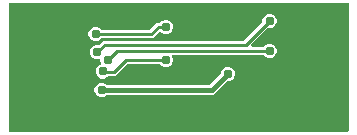
<source format=gbl>
G04 EAGLE Gerber X2 export*
%TF.Part,Single*%
%TF.FileFunction,Copper,L2,Bot,Mixed*%
%TF.FilePolarity,Positive*%
%TF.GenerationSoftware,Autodesk,EAGLE,9.4.0*%
%TF.CreationDate,2019-05-09T18:23:13Z*%
G75*
%MOMM*%
%FSLAX34Y34*%
%LPD*%
%INBottom Copper*%
%AMOC8*
5,1,8,0,0,1.08239X$1,22.5*%
G01*
%ADD10C,0.787400*%
%ADD11C,0.254000*%
%ADD12C,0.406400*%

G36*
X292218Y5096D02*
X292218Y5096D01*
X292337Y5103D01*
X292375Y5116D01*
X292416Y5121D01*
X292526Y5164D01*
X292639Y5201D01*
X292674Y5223D01*
X292711Y5238D01*
X292807Y5307D01*
X292908Y5371D01*
X292936Y5401D01*
X292969Y5424D01*
X293045Y5516D01*
X293126Y5603D01*
X293146Y5638D01*
X293171Y5669D01*
X293222Y5777D01*
X293280Y5881D01*
X293290Y5921D01*
X293307Y5957D01*
X293329Y6074D01*
X293359Y6189D01*
X293363Y6249D01*
X293367Y6269D01*
X293365Y6290D01*
X293369Y6350D01*
X293369Y113030D01*
X293354Y113148D01*
X293347Y113267D01*
X293334Y113305D01*
X293329Y113346D01*
X293286Y113456D01*
X293249Y113569D01*
X293227Y113604D01*
X293212Y113641D01*
X293143Y113737D01*
X293079Y113838D01*
X293049Y113866D01*
X293026Y113899D01*
X292934Y113975D01*
X292847Y114056D01*
X292812Y114076D01*
X292781Y114101D01*
X292673Y114152D01*
X292569Y114210D01*
X292529Y114220D01*
X292493Y114237D01*
X292376Y114259D01*
X292261Y114289D01*
X292201Y114293D01*
X292181Y114297D01*
X292160Y114295D01*
X292100Y114299D01*
X6350Y114299D01*
X6232Y114284D01*
X6113Y114277D01*
X6075Y114264D01*
X6034Y114259D01*
X5924Y114216D01*
X5811Y114179D01*
X5776Y114157D01*
X5739Y114142D01*
X5643Y114073D01*
X5542Y114009D01*
X5514Y113979D01*
X5481Y113956D01*
X5405Y113864D01*
X5324Y113777D01*
X5304Y113742D01*
X5279Y113711D01*
X5228Y113603D01*
X5170Y113499D01*
X5160Y113459D01*
X5143Y113423D01*
X5121Y113306D01*
X5091Y113191D01*
X5087Y113131D01*
X5083Y113111D01*
X5085Y113090D01*
X5081Y113030D01*
X5081Y6350D01*
X5096Y6232D01*
X5103Y6113D01*
X5116Y6075D01*
X5121Y6034D01*
X5164Y5924D01*
X5201Y5811D01*
X5223Y5776D01*
X5238Y5739D01*
X5307Y5643D01*
X5371Y5542D01*
X5401Y5514D01*
X5424Y5481D01*
X5516Y5405D01*
X5603Y5324D01*
X5638Y5304D01*
X5669Y5279D01*
X5777Y5228D01*
X5881Y5170D01*
X5921Y5160D01*
X5957Y5143D01*
X6074Y5121D01*
X6189Y5091D01*
X6249Y5087D01*
X6269Y5083D01*
X6290Y5085D01*
X6350Y5081D01*
X292100Y5081D01*
X292218Y5096D01*
G37*
%LPC*%
G36*
X83726Y50164D02*
X83726Y50164D01*
X81532Y51073D01*
X79853Y52752D01*
X78944Y54947D01*
X78944Y57321D01*
X79853Y59516D01*
X81532Y61195D01*
X82846Y61739D01*
X82950Y61798D01*
X83056Y61851D01*
X83087Y61877D01*
X83122Y61897D01*
X83208Y61980D01*
X83298Y62057D01*
X83322Y62090D01*
X83351Y62118D01*
X83413Y62220D01*
X83481Y62317D01*
X83496Y62355D01*
X83517Y62389D01*
X83552Y62503D01*
X83594Y62614D01*
X83599Y62655D01*
X83611Y62693D01*
X83616Y62812D01*
X83629Y62930D01*
X83624Y62970D01*
X83626Y63011D01*
X83602Y63127D01*
X83585Y63245D01*
X83566Y63302D01*
X83561Y63322D01*
X83552Y63341D01*
X83533Y63398D01*
X82930Y64853D01*
X82930Y65238D01*
X82924Y65288D01*
X82926Y65338D01*
X82904Y65445D01*
X82890Y65554D01*
X82872Y65600D01*
X82862Y65649D01*
X82814Y65748D01*
X82773Y65850D01*
X82744Y65890D01*
X82722Y65935D01*
X82651Y66018D01*
X82587Y66107D01*
X82548Y66139D01*
X82516Y66177D01*
X82426Y66240D01*
X82342Y66310D01*
X82297Y66331D01*
X82256Y66360D01*
X82153Y66399D01*
X82054Y66445D01*
X82005Y66455D01*
X81958Y66472D01*
X81849Y66485D01*
X81742Y66505D01*
X81692Y66502D01*
X81642Y66508D01*
X81533Y66492D01*
X81424Y66485D01*
X81377Y66470D01*
X81327Y66463D01*
X81202Y66420D01*
X78823Y66420D01*
X76628Y67329D01*
X74949Y69008D01*
X74040Y71203D01*
X74040Y73577D01*
X74949Y75772D01*
X76628Y77451D01*
X78823Y78360D01*
X80783Y78360D01*
X80881Y78372D01*
X80980Y78375D01*
X81039Y78392D01*
X81099Y78400D01*
X81191Y78436D01*
X81286Y78464D01*
X81338Y78494D01*
X81394Y78517D01*
X81474Y78575D01*
X81560Y78625D01*
X81635Y78691D01*
X81652Y78703D01*
X81660Y78713D01*
X81681Y78731D01*
X84992Y82043D01*
X203846Y82043D01*
X203944Y82055D01*
X204043Y82058D01*
X204102Y82075D01*
X204162Y82083D01*
X204254Y82119D01*
X204349Y82147D01*
X204401Y82177D01*
X204457Y82200D01*
X204537Y82258D01*
X204623Y82308D01*
X204698Y82374D01*
X204715Y82386D01*
X204723Y82396D01*
X204744Y82414D01*
X219719Y97389D01*
X219779Y97468D01*
X219847Y97540D01*
X219876Y97593D01*
X219913Y97641D01*
X219953Y97732D01*
X220001Y97818D01*
X220016Y97877D01*
X220040Y97932D01*
X220055Y98030D01*
X220080Y98126D01*
X220086Y98226D01*
X220090Y98247D01*
X220088Y98259D01*
X220090Y98287D01*
X220090Y100247D01*
X220999Y102442D01*
X222678Y104121D01*
X224873Y105030D01*
X227247Y105030D01*
X229442Y104121D01*
X231121Y102442D01*
X232030Y100247D01*
X232030Y97873D01*
X231121Y95678D01*
X229442Y93999D01*
X227247Y93090D01*
X225287Y93090D01*
X225189Y93078D01*
X225090Y93075D01*
X225031Y93058D01*
X224971Y93050D01*
X224879Y93014D01*
X224784Y92986D01*
X224732Y92956D01*
X224676Y92933D01*
X224596Y92875D01*
X224510Y92825D01*
X224435Y92759D01*
X224418Y92747D01*
X224410Y92737D01*
X224389Y92719D01*
X210800Y79129D01*
X210715Y79020D01*
X210626Y78913D01*
X210618Y78894D01*
X210605Y78878D01*
X210550Y78750D01*
X210491Y78625D01*
X210487Y78605D01*
X210479Y78586D01*
X210457Y78448D01*
X210431Y78312D01*
X210432Y78292D01*
X210429Y78272D01*
X210442Y78133D01*
X210451Y77995D01*
X210457Y77976D01*
X210459Y77956D01*
X210506Y77824D01*
X210549Y77693D01*
X210560Y77675D01*
X210567Y77656D01*
X210645Y77541D01*
X210719Y77424D01*
X210734Y77410D01*
X210745Y77393D01*
X210849Y77301D01*
X210951Y77206D01*
X210968Y77196D01*
X210984Y77183D01*
X211107Y77119D01*
X211229Y77052D01*
X211249Y77047D01*
X211267Y77038D01*
X211403Y77008D01*
X211537Y76973D01*
X211565Y76971D01*
X211577Y76968D01*
X211598Y76969D01*
X211698Y76963D01*
X220395Y76963D01*
X220493Y76975D01*
X220592Y76978D01*
X220650Y76995D01*
X220710Y77003D01*
X220802Y77039D01*
X220897Y77067D01*
X220949Y77097D01*
X221006Y77120D01*
X221086Y77178D01*
X221171Y77228D01*
X221247Y77294D01*
X221263Y77306D01*
X221271Y77316D01*
X221292Y77334D01*
X222678Y78721D01*
X224873Y79630D01*
X227247Y79630D01*
X229442Y78721D01*
X231121Y77042D01*
X232030Y74847D01*
X232030Y72473D01*
X231121Y70278D01*
X229442Y68599D01*
X227247Y67690D01*
X224873Y67690D01*
X222678Y68599D01*
X221292Y69986D01*
X221214Y70046D01*
X221142Y70114D01*
X221089Y70143D01*
X221041Y70180D01*
X220950Y70220D01*
X220863Y70268D01*
X220805Y70283D01*
X220749Y70307D01*
X220651Y70322D01*
X220555Y70347D01*
X220455Y70353D01*
X220435Y70357D01*
X220423Y70355D01*
X220395Y70357D01*
X145003Y70357D01*
X144954Y70351D01*
X144904Y70353D01*
X144796Y70331D01*
X144687Y70317D01*
X144641Y70299D01*
X144593Y70289D01*
X144494Y70241D01*
X144392Y70200D01*
X144352Y70171D01*
X144307Y70149D01*
X144223Y70078D01*
X144134Y70014D01*
X144103Y69975D01*
X144065Y69943D01*
X144002Y69853D01*
X143932Y69769D01*
X143910Y69724D01*
X143882Y69683D01*
X143843Y69580D01*
X143796Y69481D01*
X143787Y69432D01*
X143769Y69386D01*
X143757Y69276D01*
X143736Y69169D01*
X143739Y69119D01*
X143734Y69070D01*
X143749Y68961D01*
X143756Y68851D01*
X143771Y68804D01*
X143778Y68755D01*
X143830Y68602D01*
X144400Y67227D01*
X144400Y64853D01*
X143491Y62658D01*
X141812Y60979D01*
X139617Y60070D01*
X137243Y60070D01*
X135048Y60979D01*
X133662Y62366D01*
X133584Y62426D01*
X133512Y62494D01*
X133459Y62523D01*
X133411Y62560D01*
X133320Y62600D01*
X133233Y62648D01*
X133175Y62663D01*
X133119Y62687D01*
X133021Y62702D01*
X132925Y62727D01*
X132825Y62733D01*
X132805Y62737D01*
X132793Y62735D01*
X132765Y62737D01*
X106034Y62737D01*
X105936Y62725D01*
X105837Y62722D01*
X105778Y62705D01*
X105718Y62697D01*
X105626Y62661D01*
X105531Y62633D01*
X105479Y62603D01*
X105423Y62580D01*
X105343Y62522D01*
X105257Y62472D01*
X105182Y62406D01*
X105165Y62394D01*
X105157Y62384D01*
X105136Y62366D01*
X95348Y52577D01*
X90325Y52577D01*
X90227Y52565D01*
X90128Y52562D01*
X90070Y52545D01*
X90009Y52537D01*
X89917Y52501D01*
X89822Y52473D01*
X89770Y52443D01*
X89714Y52420D01*
X89634Y52362D01*
X89548Y52312D01*
X89473Y52246D01*
X89456Y52234D01*
X89449Y52224D01*
X89427Y52206D01*
X88295Y51073D01*
X86101Y50164D01*
X83726Y50164D01*
G37*
%LPD*%
%LPC*%
G36*
X82633Y34670D02*
X82633Y34670D01*
X80438Y35579D01*
X78759Y37258D01*
X77850Y39453D01*
X77850Y41827D01*
X78759Y44022D01*
X80438Y45701D01*
X82633Y46610D01*
X85007Y46610D01*
X87202Y45701D01*
X87826Y45076D01*
X87904Y45016D01*
X87976Y44948D01*
X88029Y44919D01*
X88077Y44882D01*
X88168Y44842D01*
X88255Y44794D01*
X88313Y44779D01*
X88369Y44755D01*
X88467Y44740D01*
X88563Y44715D01*
X88663Y44709D01*
X88683Y44705D01*
X88695Y44707D01*
X88723Y44705D01*
X174851Y44705D01*
X174949Y44717D01*
X175048Y44720D01*
X175106Y44737D01*
X175166Y44745D01*
X175258Y44781D01*
X175353Y44809D01*
X175405Y44839D01*
X175462Y44862D01*
X175542Y44920D01*
X175627Y44970D01*
X175703Y45036D01*
X175719Y45048D01*
X175727Y45058D01*
X175748Y45076D01*
X184424Y53752D01*
X184484Y53830D01*
X184552Y53902D01*
X184581Y53955D01*
X184618Y54003D01*
X184658Y54094D01*
X184706Y54181D01*
X184721Y54239D01*
X184745Y54295D01*
X184760Y54393D01*
X184785Y54489D01*
X184791Y54589D01*
X184795Y54609D01*
X184793Y54621D01*
X184795Y54649D01*
X184795Y55532D01*
X185704Y57727D01*
X187383Y59406D01*
X189578Y60315D01*
X191952Y60315D01*
X194147Y59406D01*
X195826Y57727D01*
X196735Y55532D01*
X196735Y53158D01*
X195826Y50963D01*
X194147Y49284D01*
X191952Y48375D01*
X191069Y48375D01*
X190971Y48363D01*
X190872Y48360D01*
X190814Y48343D01*
X190754Y48335D01*
X190662Y48299D01*
X190567Y48271D01*
X190515Y48241D01*
X190458Y48218D01*
X190378Y48160D01*
X190293Y48110D01*
X190217Y48044D01*
X190201Y48032D01*
X190193Y48022D01*
X190172Y48004D01*
X178744Y36575D01*
X88723Y36575D01*
X88625Y36563D01*
X88526Y36560D01*
X88468Y36543D01*
X88408Y36535D01*
X88316Y36499D01*
X88221Y36471D01*
X88169Y36441D01*
X88112Y36418D01*
X88032Y36360D01*
X87947Y36310D01*
X87871Y36244D01*
X87855Y36232D01*
X87847Y36222D01*
X87826Y36204D01*
X87202Y35579D01*
X85007Y34670D01*
X82633Y34670D01*
G37*
%LPD*%
%LPC*%
G36*
X77553Y82041D02*
X77553Y82041D01*
X75358Y82950D01*
X73679Y84629D01*
X72770Y86824D01*
X72770Y89198D01*
X73679Y91393D01*
X75358Y93072D01*
X77553Y93981D01*
X79927Y93981D01*
X82122Y93072D01*
X83508Y91685D01*
X83586Y91625D01*
X83658Y91557D01*
X83711Y91528D01*
X83759Y91491D01*
X83850Y91451D01*
X83937Y91403D01*
X83995Y91388D01*
X84051Y91364D01*
X84149Y91349D01*
X84245Y91324D01*
X84345Y91318D01*
X84365Y91314D01*
X84377Y91316D01*
X84405Y91314D01*
X124217Y91314D01*
X124315Y91326D01*
X124414Y91329D01*
X124473Y91346D01*
X124533Y91354D01*
X124625Y91390D01*
X124720Y91418D01*
X124772Y91448D01*
X124828Y91471D01*
X124908Y91529D01*
X124994Y91579D01*
X125069Y91645D01*
X125086Y91657D01*
X125094Y91667D01*
X125115Y91685D01*
X130712Y97283D01*
X132765Y97283D01*
X132863Y97295D01*
X132962Y97298D01*
X133020Y97315D01*
X133080Y97323D01*
X133172Y97359D01*
X133267Y97387D01*
X133319Y97417D01*
X133376Y97440D01*
X133456Y97498D01*
X133541Y97548D01*
X133617Y97614D01*
X133633Y97626D01*
X133641Y97636D01*
X133662Y97654D01*
X135048Y99041D01*
X137243Y99950D01*
X139617Y99950D01*
X141812Y99041D01*
X143491Y97362D01*
X144400Y95167D01*
X144400Y92793D01*
X143491Y90598D01*
X141812Y88919D01*
X139617Y88010D01*
X137243Y88010D01*
X135048Y88919D01*
X134267Y89701D01*
X134172Y89774D01*
X134083Y89853D01*
X134047Y89871D01*
X134015Y89896D01*
X133906Y89943D01*
X133800Y89997D01*
X133761Y90006D01*
X133724Y90022D01*
X133606Y90041D01*
X133490Y90067D01*
X133449Y90066D01*
X133409Y90072D01*
X133291Y90061D01*
X133172Y90057D01*
X133133Y90046D01*
X133093Y90042D01*
X132981Y90002D01*
X132866Y89969D01*
X132832Y89948D01*
X132794Y89935D01*
X132695Y89868D01*
X132592Y89807D01*
X132547Y89767D01*
X132530Y89756D01*
X132517Y89741D01*
X132472Y89701D01*
X127479Y84708D01*
X84405Y84708D01*
X84307Y84696D01*
X84208Y84693D01*
X84150Y84676D01*
X84090Y84668D01*
X83998Y84632D01*
X83903Y84604D01*
X83851Y84574D01*
X83794Y84551D01*
X83714Y84493D01*
X83629Y84443D01*
X83553Y84377D01*
X83537Y84365D01*
X83529Y84355D01*
X83508Y84337D01*
X82122Y82950D01*
X79927Y82041D01*
X77553Y82041D01*
G37*
%LPD*%
D10*
X78740Y88011D03*
D11*
X126111Y88011D01*
X132080Y93980D01*
X138430Y93980D01*
D10*
X138430Y93980D03*
X69850Y41910D03*
X137160Y50800D03*
X83820Y40640D03*
D12*
X177060Y40640D01*
X190765Y54345D01*
D10*
X190765Y54345D03*
X88900Y66040D03*
D11*
X96520Y73660D01*
D10*
X226060Y73660D03*
D11*
X96520Y73660D01*
D10*
X80010Y72390D03*
D11*
X86360Y78740D01*
X205740Y78740D02*
X226060Y99060D01*
D10*
X226060Y99060D03*
D11*
X205740Y78740D02*
X86360Y78740D01*
D10*
X84914Y56134D03*
D11*
X85168Y55880D01*
X93980Y55880D01*
X104140Y66040D02*
X138430Y66040D01*
X104140Y66040D02*
X93980Y55880D01*
D10*
X138430Y66040D03*
M02*

</source>
